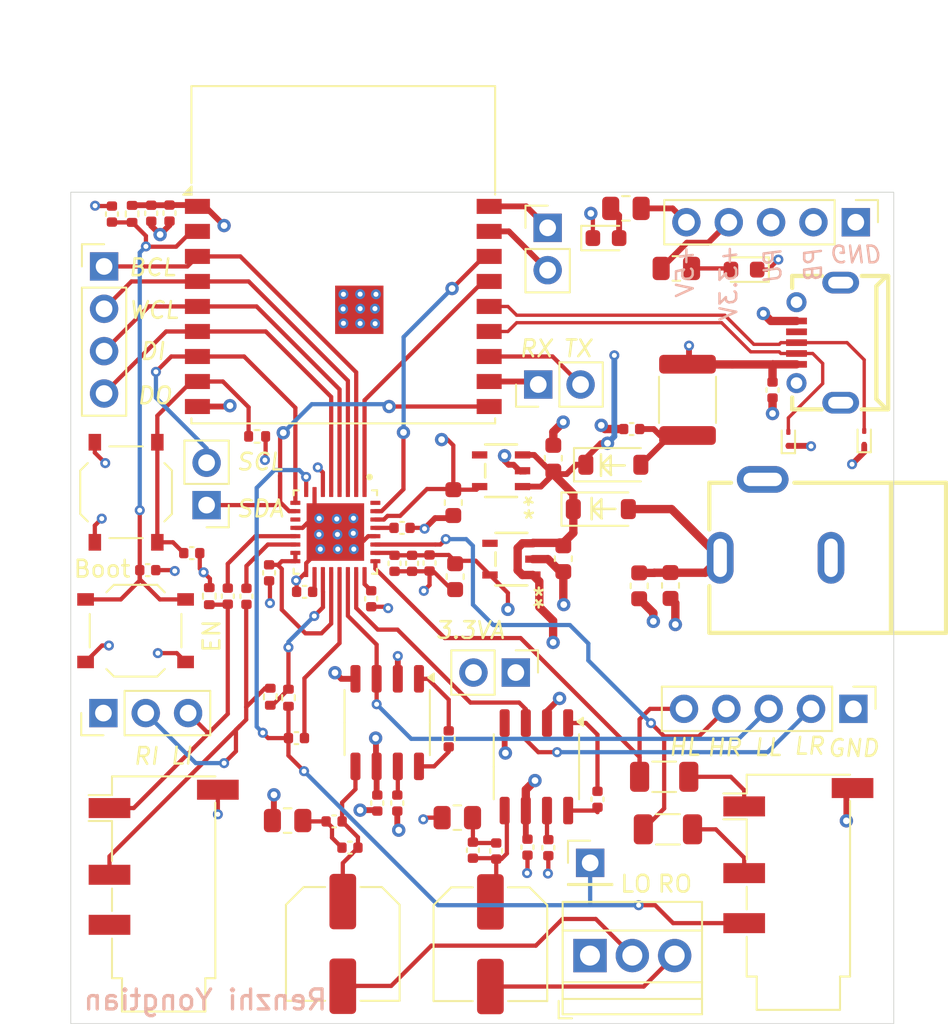
<source format=kicad_pcb>
(kicad_pcb (version 20240108) (generator "pcbnew") (generator_version "8.0")
  (layers (0 "F.Cu" signal) (1 "In1.Cu" power "GND") (2 "In2.Cu" power "PWR") (31 "B.Cu" signal) (34 "B.Paste" user) (35 "F.Paste" user) (36 "B.SilkS" user "B.Silkscreen") (37 "F.SilkS" user "F.Silkscreen") (38 "B.Mask" user) (39 "F.Mask" user) (44 "Edge.Cuts" user))
  (net 0 "")
  (net 1 "+5V")
  (net 2 "GND")
  (net 3 "+3.3V")
  (net 4 "AUDIO_LEFT_IN")
  (net 5 "AUDIO_RIGHT_IN")
  (net 6 "+3.3VA")
  (net 7 "CODEC_HPL")
  (net 8 "CODEC_HPR")
  (net 9 "PWR_BJ")
  (net 10 "PWR_USB")
  (net 11 "USBC_D.N")
  (net 12 "USBC_D.P")
  (net 13 "I2S_DOUT")
  (net 14 "I2S_DIN")
  (net 15 "I2S_WCLK")
  (net 16 "I2S_BCLK")
  (net 17 "I2S_MCLK")
  (net 18 "CODEC_RESET")
  (net 19 "I2C_SDA")
  (net 20 "I2C_SCL")
  (net 21 "ESP32_TX")
  (net 22 "ESP32_RX")
  (net 23 "CODEC_LOL")
  (net 24 "CODEC_LOR")
  (net 25 "Net-(U2-EN)")
  (net 26 "Net-(U1-IN2_L)")
  (net 27 "Net-(U1-REF)")
  (net 28 "Net-(U1-DVDD)")
  (net 29 "Net-(U1-AVDD)")
  (net 30 "Net-(D10-A)")
  (net 31 "Net-(D11-A)")
  (net 32 "Net-(D12-A)")
  (net 33 "Net-(J9-Pin_2)")
  (net 34 "Net-(J9-Pin_1)")
  (net 39 "Net-(C11-Pad2)")
  (net 40 "Net-(C22-Pad2)")
  (net 41 "Net-(C23-Pad1)")
  (net 42 "Net-(C23-Pad2)")
  (net 43 "Net-(U4-BYPASS)")
  (net 44 "Net-(C26-Pad2)")
  (net 45 "Net-(C26-Pad1)")
  (net 46 "Net-(C31-Pad1)")
  (net 47 "Net-(C31-Pad2)")
  (net 48 "Net-(U7-BYPASS)")
  (net 49 "Net-(C33-Pad1)")
  (net 50 "Net-(C33-Pad2)")
  (net 52 "Net-(U2-IO9)")
  (net 54 "RIGHT_OUT")
  (net 55 "LEFT_OUT")
  (net 56 "Net-(U1-IN1_L)")
  (net 57 "Net-(U1-IN1_R)")
  (net 58 "CODEC_MIC")
  (net 59 "Net-(U1-IN3_R)")
  (net 60 "Net-(U1-MICBIAS)")
  (footprint "Connector_Audio:Jack_3.5mm_PJ320D_Horizontal" (layer "F.Cu") (at 159.700001 119.95 90)
    (property "Reference" "J7" (hide yes))
    (property "Value" "AudioJack4")
  )
  (footprint "Diode_SMD:D_SOD-923" (layer "F.Cu") (at 159.1 94.0875 90)
    (property "Reference" "D7" (hide yes))
    (property "Value" "ESD9B5.0ST5G")
  )
  (footprint "Resistor_SMD:R_0402_1005Metric" (layer "F.Cu") (at 127.23 93.94 180)
    (property "Reference" "R3" (hide yes))
    (property "Value" "10k")
  )
  (footprint "Capacitor_SMD:C_0603_1608Metric" (layer "F.Cu") (at 152.03 102.88 -90)
    (property "Reference" "C12" (hide yes))
    (property "Value" "0.1u")
  )
  (footprint "Capacitor_SMD:C_0402_1005Metric" (layer "F.Cu") (at 135.640001 115.925 -90)
    (property "Reference" "C32" (hide yes))
    (property "Value" "0.1u")
  )
  (footprint "Resistor_SMD:R_0402_1005Metric" (layer "F.Cu") (at 129.11 109.61 -90)
    (property "Reference" "R2" (hide yes))
    (property "Value" "3.3k")
  )
  (footprint "Capacitor_SMD:C_Elec_6.3x7.7" (layer "F.Cu") (at 141.225001 124.3875 -90)
    (property "Reference" "C28" (hide yes))
    (property "Value" "100uF")
  )
  (footprint "Capacitor_SMD:C_0603_1608Metric" (layer "F.Cu") (at 139 97.91 -90)
    (property "Reference" "C44" (hide yes))
    (property "Value" "10u")
  )
  (footprint "Diode_SMD:D_SOD-123" (layer "F.Cu") (at 148.6 95.64)
    (property "Reference" "D10" (hide yes))
    (property "Value" "1N5817")
  )
  (footprint "Capacitor_SMD:C_0402_1005Metric" (layer "F.Cu") (at 131.850001 117.025 180)
    (property "Reference" "C33" (hide yes))
    (property "Value" "22nF")
  )
  (footprint "Capacitor_SMD:C_0402_1005Metric" (layer "F.Cu") (at 121.975001 80.55 -90)
    (property "Reference" "C16" (hide yes))
    (property "Value" "0.1u")
  )
  (footprint "Connector_PinHeader_2.54mm:PinHeader_1x04_P2.54mm_Vertical" (layer "F.Cu") (at 118.05 83.75)
    (property "Reference" "J2" (hide yes))
    (property "Value" "Conn_01x04_Pin")
  )
  (footprint "Package_SO:SOP-8_3.9x4.9mm_P1.27mm" (layer "F.Cu") (at 143.985001 113.75 -90)
    (property "Reference" "U4" (hide yes))
    (property "Value" "LM386")
  )
  (footprint "Diode_SMD:D_0603_1608Metric" (layer "F.Cu") (at 156.4425 83.94 180)
    (property "Reference" "D12" (hide yes))
    (property "Value" "LED")
  )
  (footprint "Resistor_SMD:R_0805_2012Metric" (layer "F.Cu") (at 149.355 80.27 180)
    (property "Reference" "R14" (hide yes))
    (property "Value" "150")
  )
  (footprint "Capacitor_SMD:C_0402_1005Metric" (layer "F.Cu") (at 136.525001 101.55 -90)
    (property "Reference" "C4" (hide yes))
    (property "Value" "1u")
  )
  (footprint "Capacitor_SMD:C_0402_1005Metric" (layer "F.Cu") (at 135.475001 101.55 -90)
    (property "Reference" "C5" (hide yes))
    (property "Value" "0.1u")
  )
  (footprint "Diode_SMD:D_0603_1608Metric" (layer "F.Cu") (at 148.16 82.05)
    (property "Reference" "D11" (hide yes))
    (property "Value" "LED")
  )
  (footprint "Capacitor_SMD:C_0402_1005Metric" (layer "F.Cu") (at 158.15 91.16 -90)
    (property "Reference" "C24" (hide yes))
    (property "Value" "0.01u")
  )
  (footprint "Connector_Audio:Jack_3.5mm_PJ320D_Horizontal" (layer "F.Cu") (at 121.625001 120.05 90)
    (property "Reference" "J4" (hide yes))
    (property "Value" "AudioJack4")
  )
  (footprint "Capacitor_SMD:C_0402_1005Metric" (layer "F.Cu") (at 143.450001 118.57 -90)
    (property "Reference" "C10" (hide yes))
    (property "Value" "0.1u")
  )
  (footprint "Capacitor_SMD:C_0603_1608Metric" (layer "F.Cu") (at 145.600001 101.275 -90)
    (property "Reference" "C43" (hide yes))
    (property "Value" "10u")
  )
  (footprint "Resistor_SMD:R_0805_2012Metric" (layer "F.Cu") (at 139.24 116.8 180)
    (property "Reference" "R4" (hide yes))
    (property "Value" "15")
  )
  (footprint "Capacitor_SMD:C_1206_3216Metric" (layer "F.Cu") (at 151.650001 114.35)
    (property "Reference" "C11" (hide yes))
    (property "Value" "100uF")
  )
  (footprint "Resistor_SMD:R_0402_1005Metric" (layer "F.Cu") (at 128.02 109.55 90)
    (property "Reference" "R6" (hide yes))
    (property "Value" "1k")
  )
  (footprint "Capacitor_SMD:C_0603_1608Metric" (layer "F.Cu") (at 145.000001 95.25 90)
    (property "Reference" "C42" (hide yes))
    (property "Value" "10u")
  )
  (footprint "Connector_PinHeader_2.54mm:PinHeader_1x02_P2.54mm_Vertical" (layer "F.Cu") (at 142.750001 108.1 -90)
    (property "Reference" "J21" (hide yes))
    (property "Value" "Conn_01x02_Pin")
  )
  (footprint "Capacitor_SMD:C_0402_1005Metric" (layer "F.Cu") (at 135.925001 99.425)
    (property "Reference" "C39" (hide yes))
    (property "Value" "10u")
  )
  (footprint "Connector_PinHeader_2.54mm:PinHeader_1x02_P2.54mm_Vertical" (layer "F.Cu") (at 144.66 81.435)
    (property "Reference" "J9" (hide yes))
    (property "Value" "Conn_01x02_Pin")
  )
  (footprint "Fuse:Fuse_1812_4532Metric" (layer "F.Cu") (at 153.050001 91.75 -90)
    (property "Reference" "F2" (hide yes))
    (property "Value" "600mA")
  )
  (footprint "Connector_PinHeader_2.54mm:PinHeader_1x02_P2.54mm_Vertical" (layer "F.Cu") (at 144.095 90.83 90)
    (property "Reference" "J1" (hide yes))
    (property "Value" "Conn_01x02_Pin")
  )
  (footprint "Audio_Module:IC_ADS125H01IRHBT" (layer "F.Cu") (at 131.925001 99.675 -90)
    (property "Reference" "U1" (hide yes))
    (property "Value" "TLV320AIC3254IRHBR")
  )
  (footprint "Connector_PinHeader_2.54mm:PinHeader_1x02_P2.54mm_Vertical" (layer "F.Cu") (at 124.2 98.06 180)
    (property "Reference" "J3" (hide yes))
    (property "Value" "Conn_01x02_Pin")
  )
  (footprint "Capacitor_SMD:C_1206_3216Metric" (layer "F.Cu") (at 151.875001 117.5)
    (property "Reference" "C22" (hide yes))
    (property "Value" "100uF")
  )
  (footprint "Capacitor_SMD:C_0402_1005Metric" (layer "F.Cu") (at 147.650001 115.7 -90)
    (property "Reference" "C23" (hide yes))
    (property "Value" "10uF")
  )
  (footprint "Capacitor_SMD:C_0402_1005Metric" (layer "F.Cu") (at 134.075001 103.675 -90)
    (property "Reference" "C40" (hide yes))
    (property "Value" "10u")
  )
  (footprint "Capacitor_SMD:C_0402_1005Metric" (layer "F.Cu") (at 120.88 80.56 -90)
    (property "Reference" "C15" (hide yes))
    (property "Value" "10u")
  )
  (footprint "Capacitor_SMD:C_0402_1005Metric" (layer "F.Cu") (at 127.95 102.12 -90)
    (property "Reference" "C6" (hide yes))
    (property "Value" "0.1u")
  )
  (footprint "Diode_SMD:D_SOD-123" (layer "F.Cu") (at 147.850001 98.3)
    (property "Reference" "D9" (hide yes))
    (property "Value" "1N5817")
  )
  (footprint "Converter_DCDC:SOT-25_TOR" (layer "F.Cu") (at 142.486252 101.299999 180)
    (property "Reference" "U9" (hide yes))
    (property "Value" "XC6220B331MR-G")
  )
  (footprint "Capacitor_SMD:C_0402_1005Metric" (layer "F.Cu") (at 138.725001 112.075 -90)
    (property "Reference" "C31" (hide yes))
    (property "Value" "10uF")
  )
  (footprint "Capacitor_SMD:C_0402_1005Metric" (layer "F.Cu") (at 120.67 101.96 180)
    (property "Reference" "C2" (hide yes))
    (property "Value" "0.1u")
  )
  (footprint "Capacitor_SMD:C_0402_1005Metric" (layer "F.Cu") (at 140.175001 118.75 90)
    (property "Reference" "C27" (hide yes))
    (property "Value" "22nF")
  )
  (footprint "Capacitor_SMD:C_0402_1005Metric" (layer "F.Cu") (at 137.575001 101.53 -90)
    (property "Reference" "C3" (hide yes))
    (property "Value" "10u")
  )
  (footprint "Capacitor_SMD:C_0402_1005Metric" (layer "F.Cu") (at 118.52 80.61 90)
    (property "Reference" "C1" (hide yes))
    (property "Value" "1u")
  )
  (footprint "Capacitor_SMD:C_0402_1005Metric" (layer "F.Cu") (at 130.08 103.26 180)
    (property "Reference" "C34" (hide yes))
    (property "Value" "10u")
  )
  (footprint "Connector_BarrelJack:DC-IN-TH_DC-005C-20A" (layer "F.Cu") (at 158.335 98.87 180)
    (property "Reference" "J19" (hide yes))
    (property "Value" "Barrel_Jack")
  )
  (footprint "Capacitor_SMD:C_0402_1005Metric" (layer "F.Cu") (at 125.47 103.52 90)
    (property "Reference" "C7" (hide yes))
    (property "Value" "2.2u")
  )
  (footprint "Button_Switch_SMD:SW_Push_1P1T_XKB_TS-1187A" (layer "F.Cu") (at 119.94 105.59)
    (property "Reference" "SW2" (hide yes))
    (property "Value" "SW_Push")
  )
  (footprint "Resistor_SMD:R_0402_1005Metric" (layer "F.Cu") (at 119.73 80.6 -90)
    (property "Reference" "R1" (hide yes))
    (property "Value" "10k")
  )
  (footprint "Capacitor_SMD:C_0402_1005Metric" (layer "F.Cu") (at 141.575001 118.8 90)
    (property "Reference" "C26" (hide yes))
    (property "Value" "22nF")
  )
  (footprint "TerminalBlock:TerminalBlock_Xinya_XY308-2.54-3P_1x03_P2.54mm_Horizontal" (layer "F.Cu") (at 147.2 125.07)
    (property "Reference" "J8" (hide yes))
    (property "Value" "Screw_Terminal_01x03")
  )
  (footprint "Button_Switch_SMD:SW_Push_1P1T_XKB_TS-1187A" (layer "F.Cu") (at 119.37 97.29 -90)
    (property "Reference" "SW1" (hide yes))
    (property "Value" "SW_Push")
  )
  (footprint "RF_Module:ESP32-C3-WROOM-02" (layer "F.Cu") (at 132.400001 86.15)
    (property "Reference" "U2" (hide yes))
    (property "Value" "ESP32-C3-WROOM-02")
  )
  (footprint "Resistor_SMD:R_0805_2012Metric" (layer "F.Cu") (at 152.38 83.87)
    (property "Reference" "R16" (hide yes))
    (property "Value" "68")
  )
  (footprint "Capacitor_SMD:C_0402_1005Metric" (layer "F.Cu") (at 149.700001 93.5 180)
    (property "Reference" "C41" (hide yes))
    (property "Value" "0.1u")
  )
  (footprint "Capacitor_SMD:C_0603_1608Metric" (layer "F.Cu") (at 150.15 102.9 -90)
    (property "Reference" "C30" (hide yes))
    (property "Value" "1u")
  )
  (footprint "Capacitor_SMD:C_0402_1005Metric" (layer "F.Cu") (at 132.800001 118.6 180)
    (property "Reference" "C35" (hide yes))
    (property "Value" "22nF")
  )
  (footprint "Capacitor_SMD:C_0402_1005Metric" (layer "F.Cu") (at 144.700001 118.6 -90)
    (property "Reference" "C25" (hide yes))
    (property "Value" "0.1u")
  )
  (footprint "Package_SO:SOP-8_3.9x4.9mm_P1.27mm" (layer "F.Cu") (at 135.035001 111.1 -90)
    (property "Reference" "U7" (hide yes))
    (property "Value" "LM386")
  )
  (footprint "Connector_PinHeader_2.54mm:PinHeader_1x05_P2.54mm_Vertical" (layer "F.Cu") (at 163.145 81.1 -90)
    (property "Reference" "J22" (hide yes))
    (property "Value" "Conn_01x05_Pin")
  )
  (footprint "Capacitor_SMD:C_0402_1005Metric" (layer "F.Cu") (at 129.59 112.03)
    (property "Reference" "C13" (hide yes))
    (property "Value" "2.2u")
  )
  (footprint "Connector_PinHeader_2.54mm:PinHeader_1x03_P2.54mm_Vertical" (layer "F.Cu") (at 118.01 110.53 90)
    (property "Reference" "J12" (hide yes))
    (property "Value" "Conn_01x03_Pin")
  )
  (footprint "Converter_DCDC:SOT-25_TOR" (layer "F.Cu") (at 141.866251 95.999999 180)
    (property "Reference" "U10" (hide yes))
    (property "Value" "XC6220B331MR-G")
  )
  (footprint "Resistor_SMD:R_0805_2012Metric" (layer "F.Cu") (at 129.06 116.975 180)
    (property "Reference" "R5" (hide yes))
    (property "Value" "15")
  )
  (footprint "Capacitor_SMD:C_0402_1005Metric" (layer "F.Cu") (at 134.440001 115.925 -90)
    (property "Reference" "C29" (hide yes))
    (property "Value" "0.1u")
  )
  (footprint "Capacitor_SMD:C_0402_1005Metric" (layer "F.Cu") (at 126.59 103.53 90)
    (property "Reference" "C8" (hide yes))
    (property "Value" "2.2u")
  )
  (footprint "Capacitor_SMD:C_0402_1005Metric" (layer "F.Cu") (at 123.31 100.94 180)
    (property "Reference" "C9" (hide yes))
    (property "Value" "0.1u")
  )
  (footprint "Connector_PinHeader_2.54mm:PinHeader_1x05_P2.54mm_Vertical" (layer "F.Cu") (at 163.000001 110.275 -90)
    (property "Reference" "J6" (hide yes))
    (property "Value" "Conn_01x05_Pin")
  )
  (footprint "Resistor_SMD:R_0402_1005Metric" (layer "F.Cu") (at 124.36 103.52 90)
    (property "Reference" "R7" (hide yes))
    (property "Value" "1k")
  )
  (footprint "Diode_SMD:D_SOD-923" (layer "F.Cu") (at 163.65 94.03 90)
    (property "Reference" "D8" (hide yes))
    (property "Value" "ESD9B5.0ST5G")
  )
  (footprint "Connector_USB:MICRO-USB-SMD_5P-P0.65-H-F_C10418" (layer "F.Cu") (at 160.914 88.32 90)
    (property "Reference" "J5" (hide yes))
    (property "Value" "USB_B_Micro")
  )
  (footprint "Connector_PinHeader_2.54mm:PinHeader_1x01_P2.54mm_Vertical" (layer "F.Cu") (at 147.21 119.51)
    (property "Reference" "J10" (hide yes))
    (property "Value" "Conn_01x01_Pin")
  )
  (footprint "Capacitor_SMD:C_0603_1608Metric" (layer "F.Cu") (at 139.11 102.35 -90)
    (property "Reference" "C45" (hide yes))
    (property "Value" "10u")
  )
  (footprint "Capacitor_SMD:C_Elec_6.3x7.7" (layer "F.Cu") (at 132.37 124.37 -90)
    (property "Reference" "C36" (hide yes))
    (property "Value" "100uF")
  )
  (gr_line (start 147.86 95.02) (end 147.86 96.3) (stroke (width 0.15)) (layer "F.SilkS"))
  (gr_line (start 148.46 96.25) (end 147.89 95.68) (stroke (width 0.15)) (layer "F.SilkS"))
  (gr_line (start 147.88 98.7) (end 147.88 98.82) (stroke (width 0.15)) (layer "F.SilkS"))
  (gr_line (start 147.91 95.63) (end 148.44 95.1) (stroke (width 0.15)) (layer "F.SilkS"))
  (gr_line (start 148.44 96.09) (end 148.44 96.21) (stroke (width 0.15)) (layer "F.SilkS"))
  (gr_line (start 147.35 98.24) (end 147.88 97.71) (stroke (width 0.15)) (layer "F.SilkS"))
  (gr_line (start 147.3 97.63) (end 147.3 98.91) (stroke (width 0.15)) (layer "F.SilkS"))
  (gr_line (start 147.38 98.34) (end 147.9 98.86) (stroke (width 0.15)) (layer "F.SilkS"))
  (gr_line (start 147.9 98.86) (end 147.33 98.29) (stroke (width 0.15)) (layer "F.SilkS"))
  (gr_line (start 148.44 95.1) (end 148.44 96.09) (stroke (width 0.15)) (layer "F.SilkS"))
  (gr_line (start 148.72 98.29) (end 147.37 98.29) (stroke (width 0.15)) (layer "F.SilkS"))
  (gr_line (start 149.28 95.68) (end 147.93 95.68) (stroke (width 0.15)) (layer "F.SilkS"))
  (gr_line (start 147.88 97.71) (end 147.88 98.7) (stroke (width 0.15)) (layer "F.SilkS"))
  (gr_line (start 147.94 95.73) (end 148.46 96.25) (stroke (width 0.15)) (layer "F.SilkS"))
  (gr_rect (start 116.050001 79.3) (end 165.420001 129.15) (stroke (width 0.05)) (fill none) (layer "Edge.Cuts"))
  (gr_text "PU" (at 158.75 82.52 90) (layer "B.SilkS") (effects (font (size 1 1) (thickness 0.15) (italic yes)) (justify left bottom mirror)))
  (gr_text "+3.3V" (at 156.1 82.33 90) (layer "B.SilkS") (effects (font (size 1 1) (thickness 0.15) (italic yes)) (justify left bottom mirror)))
  (gr_text "Renzhi Yongtian" (at 124.125001 128.425 0) (layer "B.SilkS") (effects (font (size 1.2 1.2) (thickness 0.2) (bold yes)) (justify bottom mirror)))
  (gr_text "+5V" (at 153.49 82.35 90) (layer "B.SilkS") (effects (font (size 1 1) (thickness 0.15) (italic yes)) (justify left bottom mirror)))
  (gr_text "GND" (at 161.47 82.37 180) (layer "B.SilkS") (effects (font (size 1 1) (thickness 0.15) (italic yes)) (justify left bottom mirror)))
  (gr_text "PB" (at 161.18 82.49 90) (layer "B.SilkS") (effects (font (size 1 1) (thickness 0.15) (italic yes)) (justify left bottom mirror)))
  (gr_text "SDA" (at 125.92 98.86 0) (layer "F.SilkS") (effects (font (size 1 1) (thickness 0.15) (italic yes)) (justify left bottom)))
  (gr_text "LO" (at 148.93 121.36 0) (layer "F.SilkS") (effects (font (size 1 1)) (justify left bottom)))
  (gr_text "HL" (at 151.84 113.16 0) (layer "F.SilkS") (effects (font (size 1 1) (thickness 0.15) (italic yes)) (justify left bottom)))
  (gr_text "RO" (at 151.17 121.36 0) (layer "F.SilkS") (effects (font (size 1 1)) (justify left bottom)))
  (gr_text "SCL" (at 125.93 96.05 0) (layer "F.SilkS") (effects (font (size 1 1) (thickness 0.15) (italic yes)) (justify left bottom)))
  (gr_text "LR" (at 159.35 113.09 0) (layer "F.SilkS") (effects (font (size 1 1) (thickness 0.15) (italic yes)) (justify left bottom)))
  (gr_text "TX" (at 145.5 89.26 0) (layer "F.SilkS") (effects (font (size 1 1) (thickness 0.15) (italic yes)) (justify left bottom)))
  (gr_text "3.3VA" (at 137.87 106.15 0) (layer "F.SilkS") (effects (font (size 1 1) (thickness 0.15) (italic yes)) (justify left bottom)))
  (gr_text "BCL" (at 119.44 84.4 0) (layer "F.SilkS") (effects (font (size 1 1) (thickness 0.15) (italic yes)) (justify left bottom)))
  (gr_text "EN" (at 125.09 106.98 90) (layer "F.SilkS") (effects (font (size 1 1)) (justify left bottom)))
  (gr_text "LI" (at 121.95 113.68 0) (layer "F.SilkS") (effects (font (size 1 1) (thickness 0.15) (italic yes)) (justify left bottom)))
  (gr_text "DI" (at 120.13 89.42 0) (layer "F.SilkS") (effects (font (size 1 1) (thickness 0.15) (italic yes)) (justify left bottom)))
  (gr_text "GND" (at 161.38 113.22 0) (layer "F.SilkS") (effects (font (size 1 1) (thickness 0.15) (italic yes)) (justify left bottom)))
  (gr_text "LL" (at 156.96 113.17 0) (layer "F.SilkS") (effects (font (size 1 1) (thickness 0.15) (italic yes)) (justify left bottom)))
  (gr_text "DO" (at 119.96 92.08 0) (layer "F.SilkS") (effects (font (size 1 1) (thickness 0.15) (italic yes)) (justify left bottom)))
  (gr_text "RX" (at 142.88 89.26 0) (layer "F.SilkS") (effects (font (size 1 1) (thickness 0.15) (italic yes)) (justify left bottom)))
  (gr_text "HR" (at 154.14 113.19 0) (layer "F.SilkS") (effects (font (size 1 1) (thickness 0.15) (italic yes)) (justify left bottom)))
  (gr_text "Boot" (at 116.14 102.47 0) (layer "F.SilkS") (effects (font (size 1 1)) (justify left bottom)))
  (gr_text "RI" (at 119.73 113.7 0) (layer "F.SilkS") (effects (font (size 1 1) (thickness 0.15) (italic yes)) (justify left bottom)))
  (gr_text "WCL" (at 119.46 86.96 0) (layer "F.SilkS") (effects (font (size 1 1) (thickness 0.15) (italic yes)) (justify left bottom)))
  (segment (start 144.16 104.17) (end 144.16 102.637497) (width 0.5) (layer "F.Cu") (net 1))
  (segment (start 134.34 112.03) (end 134.36 112.05) (width 0.35) (layer "F.Cu") (net 1))
  (segment (start 146.200001 98.3) (end 146.200001 99.725) (width 0.5) (layer "F.Cu") (net 1))
  (segment (start 142.861754 100.634099) (end 143.145855 100.349998) (width 0.5) (layer "F.Cu") (net 1))
  (segment (start 143.145855 100.349998) (end 143.772503 100.349998) (width 0.5) (layer "F.Cu") (net 1))
  (segment (start 143.145855 102.25) (end 142.861754 101.965899) (width 0.5) (layer "F.Cu") (net 1))
  (segment (start 143.350001 116.375) (end 143.350001 117.99) (width 0.35) (layer "F.Cu") (net 1))
  (segment (start 144.16 102.637497) (end 143.772503 102.25) (width 0.5) (layer "F.Cu") (net 1))
  (segment (start 143.797501 100.325) (end 143.772503 100.349998) (width 0.5) (layer "F.Cu") (net 1))
  (segment (start 143.350001 117.99) (end 143.450001 118.09) (width 0.35) (layer "F.Cu") (net 1))
  (segment (start 144.988433 104.998433) (end 144.16 104.17) (width 0.5) (layer "F.Cu") (net 1))
  (segment (start 143.849999 95.049998) (end 143.152502 95.049998) (width 0.35) (layer "F.Cu") (net 1))
  (segment (start 150.18 80.27) (end 152.155 80.27) (width 0.35) (layer "F.Cu") (net 1))
  (segment (start 144.988433 106.291567) (end 144.988433 104.998433) (width 0.5) (layer "F.Cu") (net 1))
  (segment (start 146.95 95.2525) (end 147.8525 94.35) (width 0.35) (layer "F.Cu") (net 1))
  (segment (start 143.9 114.575) (end 143.350001 115.124999) (width 0.5) (layer "F.Cu") (net 1))
  (segment (start 134.400001 113.725) (end 134.400001 115.405) (width 0.35) (layer "F.Cu") (net 1))
  (segment (start 146.200001 99.725) (end 145.600001 100.325) (width 0.5) (layer "F.Cu") (net 1))
  (segment (start 147.8525 94.35) (end 148.25 94.35) (width 0.35) (layer "F.Cu") (net 1))
  (segment (start 143.772503 102.25) (end 143.145855 102.25) (width 0.5) (layer "F.Cu") (net 1))
  (segment (start 134.36 112.05) (end 134.36 113.684999) (width 0.35) (layer "F.Cu") (net 1))
  (segment (start 146.200001 97.4) (end 145.000001 96.2) (width 0.5) (layer "F.Cu") (net 1))
  (segment (start 144.250001 96.95) (end 143.152502 96.95) (width 0.35) (layer "F.Cu") (net 1))
  (segment (start 134.36 113.684999) (end 134.400001 113.725) (width 0.35) (layer "F.Cu") (net 1))
  (segment (start 146.95 95.64) (end 146.95 95.2525) (width 0.35) (layer "F.Cu") (net 1))
  (segment (start 143.350001 115.124999) (end 143.350001 116.375) (width 0.5) (layer "F.Cu") (net 1))
  (segment (start 145.000001 96.2) (end 143.849999 95.049998) (width 0.35) (layer "F.Cu") (net 1))
  (segment (start 146.360001 95.64) (end 146.95 95.64) (width 0.35) (layer "F.Cu") (net 1))
  (segment (start 142.861754 101.965899) (end 142.861754 100.634099) (width 0.5) (layer "F.Cu") (net 1))
  (segment (start 145.000001 96.2) (end 144.250001 96.95) (width 0.35) (layer "F.Cu") (net 1))
  (segment (start 145.600001 100.325) (end 143.797501 100.325) (width 0.5) (layer "F.Cu") (net 1))
  (segment (start 145.800001 96.2) (end 146.360001 95.64) (width 0.35) (layer "F.Cu") (net 1))
  (segment (start 146.200001 98.3) (end 146.200001 97.4) (width 0.5) (layer "F.Cu") (net 1))
  (segment (start 145.000001 96.2) (end 145.800001 96.2) (width 0.35) (layer "F.Cu") (net 1))
  (segment (start 134.400001 115.405) (end 134.440001 115.445) (width 0.35) (layer "F.Cu") (net 1))
  (segment (start 152.155 80.27) (end 152.985 81.1) (width 0.35) (layer "F.Cu") (net 1))
  (via (at 134.34 112.03) (size 0.8) (drill 0.4) (layers "F.Cu" "B.Cu") (net 1))
  (via (at 148.66 89.08) (size 0.6) (drill 0.3) (layers "F.Cu" "B.Cu") (net 1))
  (via (at 148.25 94.35) (size 0.8) (drill 0.4) (layers "F.Cu" "B.Cu") (net 1))
  (via (at 144.988433 106.291567) (size 0.8) (drill 0.4) (layers "F.Cu" "B.Cu") (net 1))
  (via (at 143.9 114.575) (size 0.8) (drill 0.4) (layers "F.Cu" "B.Cu") (net 1))
  (segment (start 148.66 93.94) (end 148.66 89.08) (width 0.35) (layer "B.Cu") (net 1))
  (segment (start 148.25 94.35) (end 148.66 93.94) (width 0.35) (layer "B.Cu") (net 1))
  (segment (start 142.080001 112.880001) (end 142.080001 111.125) (width 0.35) (layer "F.Cu") (net 2))
  (segment (start 151 105.03) (end 151 104.525) (width 0.5) (layer "F.Cu") (net 2))
  (segment (start 123.79 101.86) (end 124.02 102.09) (width 0.254) (layer "F.Cu") (net 2))
  (segment (start 135.640001 117.465) (end 135.640001 116.405) (width 0.35) (layer "F.Cu") (net 2))
  (segment (start 152.32 103.945) (end 152.03 103.655) (width 0.5) (layer "F.Cu") (net 2))
  (segment (start 158.15 92.57) (end 158.15 91.64) (width 0.5) (layer "F.Cu") (net 2))
  (segment (start 162.58 116.99) (end 162.58 115.395001) (width 0.35) (layer "F.Cu") (net 2))
  (segment (start 117.495 94.29) (end 117.495 94.915) (width 0.254) (layer "F.Cu") (net 2))
  (segment (start 142.615898 95.640898) (end 143.025 96.05) (width 0.35) (layer "F.Cu") (net 2))
  (segment (start 128.235 115.435) (end 128.24 115.43) (width 0.35) (layer "F.Cu") (net 2))
  (segment (start 131.91 108.11) (end 131.9 108.11) (width 0.35) (layer "F.Cu") (net 2))
  (segment (start 145.600001 104.000001) (end 145.600001 102.225) (width 0.5) (layer "F.Cu") (net 2))
  (segment (start 121.41 81.84) (end 121.975001 81.274999) (width 0.35) (layer "F.Cu") (net 2))
  (segment (start 136.525001 102.03) (end 137.555001 102.03) (width 0.254) (layer "F.Cu") (net 2))
  (segment (start 122.24 101.96) (end 122.29 102.01) (width 0.254) (layer "F.Cu") (net 2))
  (segment (start 129.525001 99.425) (end 129.95471 99.425) (width 0.254) (layer "F.Cu") (net 2))
  (segment (start 143.450001 119.05) (end 143.450001 120.1) (width 0.254) (layer "F.Cu") (net 2))
  (segment (start 135.725001 117.55) (end 135.640001 117.465) (width 0.35) (layer "F.Cu") (net 2))
  (segment (start 117.495 99.285) (end 117.91 98.87) (width 0.254) (layer "F.Cu") (net 2))
  (segment (start 163.65 94.88) (end 162.92 95.61) (width 0.35) (layer "F.Cu") (net 2))
  (segment (start 117.53 80.13) (end 117.51 80.11) (width 0.254) (layer "F.Cu") (net 2))
  (segment (start 143.025 96.05) (end 143.336252 96.05) (width 0.35) (layer "F.Cu") (net 2))
  (segment (start 137.575001 102.01) (end 137.785001 102.01) (width 0.254) (layer "F.Cu") (net 2))
  (segment (start 131.02 100.7) (end 130.175001 101.544999) (width 0.254) (layer "F.Cu") (net 2))
  (segment (start 138.415 116.8) (end 137.3 116.8) (width 0.254) (layer "F.Cu") (net 2))
  (segment (start 144.620001 111.125) (end 144.620001 110.404999) (width 0.35) (layer "F.Cu") (net 2))
  (segment (start 130.675001 97.275) (end 130.675001 98.425) (width 0.254) (layer "F.Cu") (net 2))
  (segment (start 137.3 116.8) (end 137.2 116.9) (width 0.254) (layer "F.Cu") (net 2))
  (segment (start 123.79 100.94) (end 123.79 101.86) (width 0.254) (layer "F.Cu") (net 2))
  (segment (start 128.235 116.975) (end 128.235 115.435) (width 0.35) (layer "F.Cu") (net 2))
  (segment (start 129.57 102.58) (end 129.670001 102.58) (width 0.254) (layer "F.Cu") (net 2))
  (segment (start 131.398002 99.148) (end 131.552356 99.302354) (width 0.254) (layer "F.Cu") (net 2))
  (segment (start 117.495 94.915) (end 118.12 95.54) (width 0.254) (layer "F.Cu") (net 2))
  (segment (start 133.41 116.35) (end 134.385001 116.35) (width 0.35) (layer "F.Cu") (net 2))
  (segment (start 135.005 104.155) (end 135.09 104.24) (width 0.254) (layer "F.Cu") (net 2))
  (segment (start 121.15 101.96) (end 122.24 101.96) (width 0.254) (layer "F.Cu") (net 2))
  (segment (start 143.772503 101.299999) (end 144.675 101.299999) (width 0.5) (layer "F.Cu") (net 2))
  (segment (start 128 103.94) (end 128 102.65) (width 0.254) (layer "F.Cu") (net 2))
  (segment (start 130.95 98.699999) (end 130.95 98.86) (width 0.254) (layer "F.Cu") (net 2))
  (segment (start 149.220001 93.5) (end 148.1 93.5) (width 0.5) (layer "F.Cu") (net 2))
  (segment (start 132.275 108.475) (end 131.975 108.175) (width 0.35) (layer "F.Cu") (net 2))
  (segment (start 142.075 95.399145) (end 142.316753 95.640898) (width 0.35) (layer "F.Cu") (net 2))
  (segment (start 157.9 83.94) (end 158.5 83.34) (width 0.254) (layer "F.Cu") (net 2))
  (segment (start 151 104.525) (end 150.15 103.675) (width 0.5) (layer "F.Cu") (net 2))
  (segment (start 137.91 98.84) (end 138.68 98.84) (width 0.35) (layer "F.Cu") (net 2))
  (segment (start 125.550001 92.15) (end 125.600001 92.1) (width 0.35) (layer "F.Cu") (net 2))
  (segment (start 159.1 94.5075) (end 160.4375 94.5075) (width 0.35) (layer "F.Cu") (net 2))
  (segment (start 123.650001 92.15) (end 125.550001 92.15) (width 0.35) (layer "F.Cu") (net 2))
  (segment (start 137.225 99.425) (end 136.405001 99.425) (width 0.254) (layer "F.Cu") (net 2))
  (segment (start 137.275 99.475) (end 137.91 98.84) (width 0.35) (layer "F.Cu") (net 2))
  (segment (start 137.555001 102.03) (end 137.575001 102.01) (width 0.254) (layer "F.Cu") (net 2))
  (segment (start 131.975 108.175) (end 131.91 108.11) (width 0.35) (layer "F.Cu") (net 2))
  (segment (start 118.34 106.48) (end 117.925 106.48) (width 0.254) (layer "F.Cu") (net 2))
  (segment (start 117.495 100.29) (end 117.495 99.285) (width 0.254) (layer "F.Cu") (net 2))
  (segment (start 128 102.65) (end 127.95 102.6) (width 0.254) (layer "F.Cu") (net 2))
  (segment (start 134.325001 99.925) (end 133.895292 99.925) (width 0.254) (layer "F.Cu") (net 2))
  (segment (start 142.075 95.1) (end 142.075 95.399145) (width 0.35) (layer "F.Cu") (net 2))
  (segment (start 121.274999 106.935) (end 122.41 106.935) (width 0.254) (layer "F.Cu") (net 2))
  (segment (start 145.000001 93.674999) (end 145.000001 94.3) (width 0.5) (layer "F.Cu") (net 2))
  (segment (start 158.05 87.02) (end 159.589 87.02) (width 0.5) (layer "F.Cu") (net 2))
  (segment (start 144.675 101.299999) (end 145.600001 102.225) (width 0.5) (layer "F.Cu") (net 2))
  (segment (start 135.670001 107.11) (end 135.670001 108.475) (width 0.35) (layer "F.Cu") (net 2))
  (segment (start 152.32 105.22) (end 152.32 103.945) (width 0.5) (layer "F.Cu") (net 2))
  (segment (start 137.275 99.475) (end 137.225 99.425) (width 0.254) (layer "F.Cu") (net 2))
  (segment (start 122.41 106.935) (end 122.94 107.465) (width 0.254) (layer "F.Cu") (net 2))
  (segment (start 142.125 112.925) (end 142.080001 112.880001) (width 0.35) (layer "F.Cu") (net 2))
  (segment (start 160.4375 94.5075) (end 160.46 94.53) (width 0.35) (layer "F.Cu") (net 2))
  (segment (start 144.700001 120.125) (end 144.675001 120.15) (width 0.254) (layer "F.Cu") (net 2))
  (segment (start 134.075001 104.155) (end 135.005 104.155) (width 0.254) (layer "F.Cu") (net 2))
  (segment (start 133.06 100.282999) (end 133.03 100.7) (width 0.254) (layer "F.Cu") (net 2))
  (segment (start 129.95471 99.425) (end 130.23171 99.148) (width 0.254) (layer "F.Cu") (net 2))
  (segment (start 157.23 83.94) (end 157.9 83.94) (width 0.254) (layer "F.Cu") (net 2))
  (segment (start 162.58 115.395001) (end 162.950001 115.025) (width 0.35) (layer "F.Cu") (net 2))
  (segment (start 121.975001 81.274999) (end 121.975001 81.03) (width 0.35) (layer "F.Cu") (net 2))
  (segment (start 129.670001 102.58) (end 130.175001 102.075) (width 0.254) (layer "F.Cu") (net 2))
  (segment (start 130.23171 99.148) (end 131.398002 99.148) (width 0.254) (layer "F.Cu") (net 2))
  (segment (start 142.316753 95.640898) (end 142.615898 95.640898) (width 0.35) (layer "F.Cu") (net 2))
  (segment (start 124.4 103) (end 124.4 102.47) (width 0.254) (layer "F.Cu") (net 2))
  (segment (start 130.175001 101.544999) (end 130.175001 102.075) (width 0.254) (layer "F.Cu") (net 2))
  (segment (start 163.65 94.45) (end 163.65 94.88) (width 0.35) (layer "F.Cu") (net 2))
  (segment (start 118.52 80.13) (end 117.53 80.13) (width 0.254) (layer "F.Cu") (net 2))
  (segment (start 145.5925 93.0825) (end 145.000001 93.674999) (width 0.5) (layer "F.Cu") (net 2))
  (segment (start 134.385001 116.35) (end 134.440001 116.405) (width 0.35) (layer "F.Cu") (net 2))
  (segment (start 132.979001 100.202) (end 133.06 100.282999) (width 0.254) (layer "F.Cu") (net 2))
  (segment (start 148.1 93.5) (end 147.875 93.275) (width 0.5) (layer "F.Cu") (net 2))
  (segment (start 116.905 107.5) (end 116.834999 107.5) (width 0.254) (layer "F.Cu") (net 2))
  (segment (start 137.785001 102.01) (end 139.075001 103.3) (width 0.254) (layer "F.Cu") (net 2))
  (segment (start 147.3725 82.05) (end 147.3725 80.6925) (width 0.254) (layer "F.Cu") (net 2))
  (segment (start 145.625 104.025) (end 145.600001 104.000001) (width 0.5) (layer "F.Cu") (net 2))
  (segment (start 121.41 81.84) (end 120.88 81.31) (width 0.35) (layer "F.Cu") (net 2))
  (segment (start 147.3725 80.6925) (end 147.25 80.57) (width 0.254) (layer "F.Cu") (net 2))
  (segment (start 133.130001 108.475) (end 132.275 108.475) (width 0.35) (layer "F.Cu") (net 2))
  (segment (start 130.675001 98.425) (end 130.95 98.699999) (width 0.254) (layer "F.Cu") (net 2))
  (segment (start 137.575001 102.854999) (end 137.23 103.2) (width 0.254) (layer "F.Cu") (net 2))
  (segment (start 117.925 106.48) (end 116.905 107.5) (width 0.254) (layer "F.Cu") (net 2))
  (segment (start 137.575001 102.01) (end 137.575001 102.854999) (width 0.254) (layer "F.Cu") (net 2))
  (segment (start 144.700001 119.08) (end 144.700001 120.125) (width 0.254) (layer "F.Cu") (net 2))
  (segment (start 133.618292 100.202) (end 132.979001 100.202) (width 0.254) (layer "F.Cu") (net 2))
  (segment (start 124.4 102.47) (end 124.02 102.09) (width 0.254) (layer "F.Cu") (net 2))
  (segment (start 131.110001 98.86) (end 131.552356 99.302355) (width 0.254) (layer "F.Cu") (net 2))
  (segment (start 124.875001 115.125) (end 124.875001 116.6) (width 0.254) (layer "F.Cu") (net 2))
  (segment (start 133.895292 99.925) (end 133.618292 100.202) (width 0.254) (layer "F.Cu") (net 2))
  (segment (start 133.03 99.78) (end 133 99.75) (width 0.254) (layer "F.Cu") (net 2))
  (segment (start 129.57 102.58) (end 129.6 102.61) (width 0.254) (layer "F.Cu") (net 2))
  (segment (start 135.475001 102.03) (end 136.525001 102.03) (width 0.254) (layer "F.Cu") (net 2))
  (segment (start 143.450001 120.1) (end 143.425001 120.125) (width 0.254) (layer "F.Cu") (net 2))
  (segment (start 129.6 102.61) (end 129.6 103.26) (width 0.254) (layer "F.Cu") (net 2))
  (segment (start 144.620001 110.404999) (end 145.375 109.65) (width 0.35) (layer "F.Cu") (net 2))
  (segment (start 157.6 86.57) (end 158.05 87.02) (width 0.5) (layer "F.Cu") (net 2))
  (segment (start 152.03 103.655) (end 152.04 103.645) (width 0.5) (layer "F.Cu") (net 2))
  (segment (start 130.95 98.86) (end 131.110001 98.86) (width 0.254) (layer "F.Cu") (net 2))
  (segment (start 120.88 81.31) (end 120.88 81.04) (width 0.35) (layer "F.Cu") (net 2))
  (via (at 158.5 83.34) (size 0.6) (drill 0.3) (layers "F.Cu" "B.Cu") (net 2))
  (via (at 135.09 104.24) (size 0.6) (drill 0.3) (layers "F.Cu" "B.Cu") (net 2))
  (via (at 142.125 112.925) (size 0.8) (drill 0.4) (layers "F.Cu" "B.Cu") (net 2))
  (via (at 142.075 95.1) (size 0.8) (drill 0.4) (layers "F.Cu" "B.Cu") (net 2))
  (via (at 145.625 104.025) (size 0.8) (drill 0.4) (layers "F.Cu" "B.Cu") (net 2))
  (via (at 158.15 92.57) (size 0.8) (drill 0.4) (layers "F.Cu" "B.Cu") (net 2))
  (via (at 145.375 109.65) (size 0.8) (drill 0.4) (layers "F.Cu" "B.Cu") (net 2))
  (via (at 137.23 103.2) (size 0.6) (drill 0.3) (layers "F.Cu" "B.Cu") (net 2))
  (via (at 132.07 100.7) (size 0.6) (drill 0.3) (layers "F.Cu" "B.Cu") (net 2))
  (via (at 137.2 116.9) (size 0.6) (drill 0.3) (layers "F.Cu" "B.Cu") (net 2))
  (via (at 130.94 99.82) (size 0.6) (drill 0.3) (layers "F.Cu" "B.Cu") (net 2))
  (via (at 162.58 116.99) (size 0.8) (drill 0.4) (layers "F.Cu" "B.Cu") (net 2))
  (via (at 157.6 86.57) (size 0.8) (drill 0.4) (layers "F.Cu" "B.Cu") (net 2))
  (via (at 131.9 108.11) (size 0.8) (drill 0.4) (layers "F.Cu" "B.Cu") (net 2))
  (via (at 137.275 99.475) (size 0.6) (drill 0.3) (layers "F.Cu" "B.Cu") (net 2))
  (via (at 132.39 86.3) (size 0.6) (drill 0.3) (layers "F.Cu" "B.Cu") (net 2))
  (via (at 135.725001 117.55) (size 0.8) (drill 0.4) (layers "F.Cu" "B.Cu") (net 2))
  (via (at 121.41 81.84) (size 0.8) (drill 0.4) (layers "F.Cu" "B.Cu") (net 2))
  (via (at 145.5925 93.0825) (size 0.8) (drill 0.4) (layers "F.Cu" "B.Cu") (net 2))
  (via (at 160.46 94.53) (size 0.6) (drill 0.3) (layers "F.Cu" "B.Cu") (net 2))
  (via (at 133 99.75) (size 0.6) (drill 0.3) (layers "F.Cu" "B.Cu") (net 2))
  (via (at 117.51 80.11) (size 0.6) (drill 0.3) (layers "F.Cu" "B.Cu") (net 2))
  (via (at 133.41 86.28) (size 0.6) (drill 0.3) (layers "F.Cu" "B.Cu") (net 2))
  (via (at 134.36 85.42) (size 0.6) (drill 0.3) (layers "F.Cu" "B.Cu") (net 2))
  (via (at 133.41 85.41) (size 0.6) (drill 0.3) (layers "F.Cu" "B.Cu") (net 2))
  (via (at 132.01 98.89) (size 0.6) (drill 0.3) (layers "F.Cu" "B.Cu") (net 2))
  (via (at 133.03 100.7) (size 0.6) (drill 0.3) (layers "F.Cu" "B.Cu") (net 2))
  (via (at 147.875 93.275) (size 0.8) (drill 0.4) (layers "F.Cu" "B.Cu") (net 2))
  (via (at 152.32 105.22) (size 0.8) (drill 0.4) (layers "F.Cu" "B.Cu") (net 2))
  (via (at 121.274999 106.935) (size 0.6) (drill 0.3) (layers "F.Cu" "B.Cu") (net 2))
  (via (at 117.91 98.87) (size 0.6) (drill 0.3) (layers "F.Cu" "B.Cu") (net 2))
  (via (at 133.41 116.35) (size 0.8) (drill 0.4) (layers "F.Cu" "B.Cu") (net 2))
  (via (at 132.05 99.82) (size 0.6) (drill 0.3) (layers "F.Cu" "B.Cu") (net 2))
  (via (at 118.12 95.54) (size 0.6) (drill 0.3) (layers "F.Cu" "B.Cu") (net 2))
  (via (at 122.29 102.01) (size 0.6) (drill 0.3) (layers "F.Cu" "B.Cu") (net 2))
  (via (at 134.3 86.28) (size 0.6) (drill 0.3) (layers "F.Cu" "B.Cu") (net 2))
  (via (at 130.95 98.86) (size 0.6) (drill 0.3) (layers "F.Cu" "B.Cu") (net 2))
  (via (at 134.31 87.18) (size 0.6) (drill 0.3) (layers "F.Cu" "B.Cu") (net 2))
  (via (at 128.24 115.43) (size 0.8) (drill 0.4) (layers "F.Cu" "B.Cu") (net 2))
  (via (at 132.41 87.16) (size 0.6) (drill 0.3) (layers "F.Cu" "B.Cu") (net 2))
  (via (at 133.41 87.17) (size 0.6) (drill 0.3) (layers "F.Cu" "B.Cu") (net 2))
  (via (at 132.41 85.42) (size 0.6) (drill 0.3) (layers "F.Cu" "B.Cu") (net 2))
  (via (at 125.600001 92.1) (size 0.8) (drill 0.4) (layers "F.Cu" "B.Cu") (net 2))
  (via (at 151 105.03) (size 0.8) (drill 0.4) (layers "F.Cu" "B.Cu") (net 2))
  (via (at 144.675001 120.15) (size 0.6) (drill 0.3) (layers "F.Cu" "B.Cu") (net 2))
  (via (at 133.01 98.85) (size 0.6) (drill 0.3) (layers "F.Cu" "B.Cu") (net 2))
  (via (at 118.34 106.48) (size 0.6) (drill 0.3) (layers "F.Cu" "B.Cu") (net 2))
  (via (at 135.670001 107.11) (size 0.6) (drill 0.3) (layers "F.Cu" "B.Cu") (net 2))
  (via (at 129.57 102.58) (size 0.6) (drill 0.3) (layers "F.Cu" "B.Cu") (net 2))
  (via (at 124.875001 116.6) (size 0.6) (drill 0.3) (layers "F.Cu" "B.Cu") (net 2))
  (via (at 124.02 102.09) (size 0.6) (drill 0.3) (layers "F.Cu" "B.Cu") (net 2))
  (via (at 147.25 80.57) (size 0.8) (drill 0.4) (layers "F.Cu" "B.Cu") (net 2))
  (via (at 128 103.94) (size 0.6) (drill 0.3) (layers "F.Cu" "B.Cu") (net 2))
  (via (at 131.02 100.7) (size 0.6) (drill 0.3) (layers "F.Cu" "B.Cu") (net 2))
  (via (at 162.92 95.61) (size 0.6) (drill 0.3) (layers "F.Cu" "B.Cu") (net 2))
  (via (at 143.425001 120.125) (size 0.6) (drill 0.3) (layers "F.Cu" "B.Cu") (net 2))
  (segment (start 131.175001 96.105001) (end 131.175001 97.275) (width 0.254) (layer "F.Cu") (net 3))
  (segment (start 127.74 95.32) (end 127.74 93.94) (width 0.254) (layer "F.Cu") (net 3))
  (segment (start 138.651636 94.131636) (end 139 94.48) (width 0.254) (layer "F.Cu") (net 3))
  (segment (start 138.298364 94.131636) (end 138.651636 94.131636) (width 0.254) (layer "F.Cu") (net 3))
  (segment (start 139 97.135) (end 140.395 97.135) (width 0.254) (layer "F.Cu") (net 3))
  (segment (start 127.7 95.36) (end 127.74 95.32) (width 0.254) (layer "F.Cu") (net 3))
  (segment (start 121.975001 80.07) (end 123.570001 80.07) (width 0.35) (layer "F.Cu") (net 3))
  (segment (start 134.837062 98.925) (end 135.056031 98.706031) (width 0.254) (layer "F.Cu") (net 3))
  (segment (start 120.88 80.08) (end 121.965001 80.08) (width 0.35) (layer "F.Cu") (net 3))
  (segment (start 137.42 97.095) (end 138.96 97.095) (width 0.254) (layer "F.Cu") (net 3))
  (segment (start 123.570001 80.07) (end 123.650001 80.15) (width 0.35) (layer "F.Cu") (net 3))
  (segment (start 154.3 82.325) (end 153.0125 82.325) (width 0.35) (layer "F.Cu") (net 3))
  (segment (start 155.525 81.1) (end 154.3 82.325) (width 0.35) (layer "F.Cu") (net 3))
  (segment (start 139 94.48) (end 139 97.135) (width 0.254) (layer "F.Cu") (net 3))
  (segment (start 119.74 80.08) (end 119.73 80.09) (width 0.35) (layer "F.Cu") (net 3))
  (segment (start 135.056031 98.706031) (end 135.808969 98.706031) (width 0.254) (layer "F.Cu") (net 3))
  (segment (start 140.395 97.135) (end 140.58 96.95) (width 0.254) (layer "F.Cu") (net 3))
  (segment (start 121.965001 80.08) (end 121.975001 80.07) (width 0.35) (layer "F.Cu") (net 3))
  (segment (start 153.0125 82.325) (end 151.4675 83.87) (width 0.35) (layer "F.Cu") (net 3))
  (segment (start 134.325001 98.925) (end 134.837062 98.925) (width 0.254) (layer "F.Cu") (net 3))
  (segment (start 130.87 95.8) (end 131.175001 96.105001) (width 0.254) (layer "F.Cu") (net 3))
  (segment (start 135.808969 98.706031) (end 137.42 97.095) (width 0.254) (layer "F.Cu") (net 3))
  (segment (start 138.96 97.095) (end 139 97.135) (width 0.254) (layer "F.Cu") (net 3))
  (segment (start 123.650001 80.15) (end 123.350001 80.15) (width 0.35) (layer "F.Cu") (net 3))
  (segment (start 124.1 80.15) (end 123.650001 80.15) (width 0.35) (layer "F.Cu") (net 3))
  (segment (start 120.88 80.08) (end 119.74 80.08) (width 0.35) (layer "F.Cu") (net 3))
  (segment (start 125.25 81.3) (end 124.1 80.15) (width 0.35) (layer "F.Cu") (net 3))
  (via (at 127.7 95.36) (size 0.6) (drill 0.3) (layers "F.Cu" "B.Cu") (net 3))
  (via (at 125.25 81.3) (size 0.8) (drill 0.4) (layers "F.Cu" "B.Cu") (net 3))
  (via (at 130.87 95.8) (size 0.6) (drill 0.3) (layers "F.Cu" "B.Cu") (net 3))
  (via (at 138.298364 94.131636) (size 0.8) (drill 0.4) (layers "F.Cu" "B.Cu") (net 3))
  (segment (start 124.305 111.745) (end 125.47 110.58) (width 0.254) (layer "F.Cu") (net 4))
  (segment (start 119.825 116.225) (end 124.305 111.745) (width 0.254) (layer "F.Cu") (net 4))
  (segment (start 118.375001 116.225) (end 119.825 116.225) (width 0.254) (layer "F.Cu") (net 4))
  (segment (start 124.36 104.03) (end 125.44 104.03) (width 0.254) (layer "F.Cu") (net 4))
  (segment (start 119.321712 116.225) (end 118.375001 116.225) (width 0.254) (layer "F.Cu") (net 4))
  (segment (start 125.44 104.03) (end 125.47 104) (width 0.254) (layer "F.Cu") (net 4))
  (segment (start 123.09 110.53) (end 124.305 111.745) (width 0.254) (layer "F.Cu") (net 4))
  (segment (start 125.47 110.58) (end 125.47 104) (width 0.254) (layer "F.Cu") (net 4))
  (segment (start 124.4 104.07) (end 124.36 104.03) (width 0.254) (layer "F.Cu") (net 4))
  (segment (start 125.96 111.536001) (end 126.2 111.296001) (width 0.254) (layer "F.Cu") (net 5))
  (segment (start 125.96 112.82) (end 125.96 111.536001) (width 0.254) (layer "F.Cu") (net 5))
  (segment (start 127.706 109.04) (end 126.576 110.17) (width 0.254) (layer "F.Cu") (net 5))
  (segment (start 126.576 110.920001) (end 126.2 111.296001) (width 0.254) (layer "F.Cu") (net 5))
  (segment (start 118.375001 119.121) (end 126.2 111.296001) (width 0.254) (layer "F.Cu") (net 5))
  (segment (start 126.576 104.024) (end 126.576 110.17) (width 0.254) (layer "F.Cu") (net 5))
  (segment (start 126.576 110.17) (end 126.576 110.920001) (width 0.254) (layer "F.Cu") (net 5))
  (segment (start 125.25 113.53) (end 125.96 112.82) (width 0.254) (layer "F.Cu") (net 5))
  (segment (start 118.375001 120.225) (end 118.375001 119.121) (width 0.254) (layer "F.Cu") (net 5))
  (segment (start 126.59 104.01) (end 126.576 104.024) (width 0.254) (layer "F.Cu") (net 5))
  (segment (start 128.02 109.04) (end 127.706 109.04) (width 0.254) (layer "F.Cu") (net 5))
  (via (at 125.25 113.53) (size 0.6) (drill 0.3) (layers "F.Cu" "B.Cu") (net 5))
  (segment (start 123.55 113.53) (end 125.25 113.53) (width 0.254) (layer "B.Cu") (net 5))
  (segment (start 120.55 110.53) (end 123.55 113.53) (width 0.254) (layer "B.Cu") (net 5))
  (segment (start 142.275 103.324999) (end 141.200001 102.25) (width 0.254) (layer "F.Cu") (net 6))
  (segment (start 135.330001 100.925) (end 135.475001 101.07) (width 0.254) (layer "F.Cu") (net 6))
  (segment (start 138.725001 101.05) (end 139.075001 101.4) (width 0.254) (layer "F.Cu") (net 6))
  (segment (start 139.075001 101.4) (end 140.350001 101.4) (width 0.254) (layer "F.Cu") (net 6))
  (segment (start 140.350001 101.4) (end 141.200001 102.25) (width 0.254) (layer "F.Cu") (net 6))
  (segment (start 137.575001 101.05) (end 138.725001 101.05) (width 0.254) (layer "F.Cu") (net 6))
  (segment (start 134.325001 100.925) (end 135.330001 100.925) (width 0.254) (layer "F.Cu") (net 6))
  (segment (start 137.555001 101.07) (end 137.575001 101.05) (width 0.254) (layer "F.Cu") (net 6))
  (segment (start 135.475001 101.07) (end 136.525001 101.07) (width 0.254) (layer "F.Cu") (net 6))
  (segment (start 142.275 104.31) (end 142.275 103.324999) (width 0.254) (layer "F.Cu") (net 6))
  (segment (start 136.525001 101.07) (end 137.555001 101.07) (width 0.254) (layer "F.Cu") (net 6))
  (via (at 142.275 104.31) (size 0.8) (drill 0.4) (layers "F.Cu" "B.Cu") (net 6))
  (segment (start 150.175001 114.35) (end 150.175001 110.9) (width 0.254) (layer "F.Cu") (net 7))
  (segment (start 134.325001 101.875) (end 134.325001 101.425) (width 0.254) (layer "F.Cu") (net 7))
  (segment (start 150.175001 110.9) (end 150.800001 110.275) (width 0.254) (layer "F.Cu") (net 7))
  (segment (start 143.036001 106.032) (end 138.482001 106.032) (width 0.254) (layer "F.Cu") (net 7))
  (segment (start 150.175001 113.171) (end 143.036001 106.032) (width 0.254) (layer "F.Cu") (net 7))
  (segment (start 138.482001 106.032) (end 134.325001 101.875) (width 0.254) (layer "F.Cu") (net 7))
  (segment (start 150.175001 114.35) (end 150.175001 113.171) (width 0.254) (layer "F.Cu") (net 7))
  (segment (start 150.800001 110.275) (end 152.840001 110.275) (width 0.254) (layer "F.Cu") (net 7))
  (segment (start 151.650001 111.925) (end 153.730001 111.925) (width 0.254) (layer "F.Cu") (net 8))
  (segment (start 137.924319 100.425) (end 134.325001 100.425) (width 0.254) (layer "F.Cu") (net 8))
  (segment (start 137.924319 100.425) (end 138.225001 100.425) (width 0.254) (layer "F.Cu") (net 8))
  (segment (start 151.650001 116.25) (end 150.400001 117.5) (width 0.254) (layer "F.Cu") (net 8))
  (segment (start 150.857501 111.1325) (end 151.650001 111.925) (width 0.254) (layer "F.Cu") (net 8))
  (segment (start 151.650001 111.925) (end 151.650001 116.25) (width 0.254) (layer "F.Cu") (net 8))
  (segment (start 153.730001 111.925) (end 155.380001 110.275) (width 0.254) (layer "F.Cu") (net 8))
  (segment (start 138.225001 100.425) (end 138.550001 100.1) (width 0.254) (layer "F.Cu") (net 8))
  (segment (start 150.857501 111.132499) (end 150.857501 111.1325) (width 0.254) (layer "F.Cu") (net 8))
  (via (at 138.550001 100.1) (size 0.6) (drill 0.3) (layers "F.Cu" "B.Cu") (net 8))
  (via (at 150.857501 111.132499) (size 0.6) (drill 0.3) (layers "F.Cu" "B.Cu") (net 8))
  (segment (start 141.400001 105.25) (end 145.99 105.25) (width 0.254) (layer "B.Cu") (net 8))
  (segment (start 145.99 105.25) (end 147.1 106.36) (width 0.254) (layer "B.Cu") (net 8))
  (segment (start 140.175001 100.5) (end 140.175001 104.025) (width 0.254) (layer "B.Cu") (net 8))
  (segment (start 140.175001 104.025) (end 141.400001 105.25) (width 0.254) (layer "B.Cu") (net 8))
  (segment (start 147.1 106.36) (end 147.1 107.374999) (width 0.254) (layer "B.Cu") (net 8))
  (segment (start 150.8575 111.132499) (end 147.1 107.374999) (width 0.254) (layer "B.Cu") (net 8))
  (segment (start 138.550001 100.1) (end 139.775001 100.1) (width 0.254) (layer "B.Cu") (net 8))
  (segment (start 150.857501 111.132499) (end 150.8575 111.132499) (width 0.254) (layer "B.Cu") (net 8))
  (segment (start 139.775001 100.1) (end 140.175001 100.5) (width 0.254) (layer "B.Cu") (net 8))
  (segment (start 149.500001 98.3) (end 152.09 98.3) (width 0.5) (layer "F.Cu") (net 9))
  (segment (start 151.05 102.115) (end 154.115 102.115) (width 0.5) (layer "F.Cu") (net 9))
  (segment (start 150.15 102.125) (end 151.04 102.125) (width 0.5) (layer "F.Cu") (net 9))
  (segment (start 152.09 98.3) (end 155.01 101.22) (width 0.5) (layer "F.Cu") (net 9))
  (segment (start 154.115 102.115) (end 155.01 101.22) (width 0.5) (layer "F.Cu") (net 9))
  (segment (start 151.04 102.125) (end 151.05 102.115) (width 0.5) (layer "F.Cu") (net 9))
  (segment (start 153.14 88.5) (end 153.14 89.522501) (width 0.35) (layer "F.Cu") (net 10))
  (segment (start 158.165 89.62) (end 158.16 89.625) (width 0.5) (layer "F.Cu") (net 10))
  (segment (start 159.589 89.62) (end 158.165 89.62) (width 0.5) (layer "F.Cu") (net 10))
  (segment (start 153.14 89.522501) (end 153.050001 89.6125) (width 0.35) (layer "F.Cu") (net 10))
  (segment (start 153.062501 89.625) (end 155.74 89.625) (width 0.5) (layer "F.Cu") (net 10))
  (segment (start 158.15 89.635) (end 158.16 89.625) (width 0.5) (layer "F.Cu") (net 10))
  (segment (start 155.74 89.625) (end 158.16 89.625) (width 0.5) (layer "F.Cu") (net 10))
  (segment (start 153.050001 89.6125) (end 153.062501 89.625) (width 0.5) (layer "F.Cu") (net 10))
  (segment (start 158.15 90.68) (end 158.15 89.635) (width 0.5) (layer "F.Cu") (net 10))
  (via (at 153.14 88.5) (size 0.6) (drill 0.3) (layers "F.Cu" "B.Cu") (net 10))
  (segment (start 155.0968 87.125) (end 142.800002 87.125) (width 0.2) (layer "F.Cu") (net 11))
  (segment (start 159.1 92.83) (end 159.1 93.6675) (width 0.2) (layer "F.Cu") (net 11))
  (segment (start 161.16 89.57) (end 161.16 90.77) (width 0.2) (layer "F.Cu") (net 11))
  (segment (start 159.589 88.97) (end 160.56 88.97) (width 0.2) (layer "F.Cu") (net 11))
  (segment (start 142.800002 87.125) (end 142.275002 87.65) (width 0.2) (layer "F.Cu") (net 11))
  (segment (start 142.275002 87.65) (end 141.150001 87.65) (width 0.2) (layer "F.Cu") (net 11))
  (segment (start 161.16 90.77) (end 159.1 92.83) (width 0.2) (layer "F.Cu") (net 11))
  (segment (start 156.8418 88.87) (end 155.0968 87.125) (width 0.2) (layer "F.Cu") (net 11))
  (segment (start 160.56 88.97) (end 161.16 89.57) (width 0.2) (layer "F.Cu") (net 11))
  (segment (start 158.551499 88.87) (end 156.8418 88.87) (width 0.2) (layer "F.Cu") (net 11))
  (segment (start 159.589 88.97) (end 158.651499 88.97) (width 0.2) (layer "F.Cu") (net 11))
  (segment (start 158.651499 88.97) (end 158.551499 88.87) (width 0.2) (layer "F.Cu") (net 11))
  (segment (start 142.275002 86.15) (end 141.150001 86.15) (width 0.2) (layer "F.Cu") (net 12))
  (segment (start 141.700001 86.15) (end 141.150001 86.15) (width 0.2) (layer "F.Cu") (net 12))
  (segment (start 159.589 88.32) (end 162.62 88.32) (width 0.2) (layer "F.Cu") (net 12))
  (segment (start 157.0282 88.42) (end 155.2832 86.675) (width 0.2) (layer "F.Cu") (net 12))
  (segment (start 162.62 88.32) (end 163.65 89.35) (width 0.2) (layer "F.Cu") (net 12))
  (segment (start 155.2832 86.675) (end 142.800002 86.675) (width 0.2) (layer "F.Cu") (net 12))
  (segment (start 163.65 89.35) (end 163.65 93.61) (width 0.2) (layer "F.Cu") (net 12))
  (segment (start 158.551499 88.42) (end 157.0282 88.42) (width 0.2) (layer "F.Cu") (net 12))
  (segment (start 158.651499 88.32) (end 158.551499 88.42) (width 0.2) (layer "F.Cu") (net 12))
  (segment (start 142.800002 86.675) (end 142.275002 86.15) (width 0.2) (layer "F.Cu") (net 12))
  (segment (start 159.589 88.32) (end 158.651499 88.32) (width 0.2) (layer "F.Cu") (net 12))
  (segment (start 121.77 87.65) (end 123.650001 87.65) (width 0.254) (layer "F.Cu") (net 13))
  (segment (start 127.750001 87.65) (end 123.650001 87.65) (width 0.254) (layer "F.Cu") (net 13))
  (segment (start 131.675001 97.275) (end 131.675001 91.575) (width 0.254) (layer "F.Cu") (net 13))
  (segment (start 131.675001 91.575) (end 127.750001 87.65) (width 0.254) (layer "F.Cu") (net 13))
  (segment (start 118.05 91.37) (end 121.77 87.65) (width 0.254) (layer "F.Cu") (net 13))
  (segment (start 123.650001 86.15) (end 121.21 86.15) (width 0.254) (layer "F.Cu") (net 14))
  (segment (start 121.21 86.15) (end 121.2 86.14) (width 0.254) (layer "F.Cu") (net 14))
  (segment (start 127.200001 86.15) (end 123.650001 86.15) (width 0.254) (layer "F.Cu") (net 14))
  (segment (start 132.175001 91.125) (end 127.200001 86.15) (width 0.254) (layer "F.Cu") (net 14))
  (segment (start 120.74 86.14) (end 118.05 88.83) (width 0.254) (layer "F.Cu") (net 14))
  (segment (start 121.2 86.14) (end 120.74 86.14) (width 0.254) (layer "F.Cu") (net 14))
  (segment (start 132.175001 97.275) (end 132.175001 91.125) (width 0.254) (layer "F.Cu") (net 14))
  (segment (start 126.725001 84.65) (end 123.650001 84.65) (width 0.254) (layer "F.Cu") (net 15))
  (segment (start 118.05 86.29) (end 119.69 84.65) (width 0.254) (layer "F.Cu") (net 15))
  (segment (start 132.675001 90.6) (end 126.725001 84.65) (width 0.254) (layer "F.Cu") (net 15))
  (segment (start 132.675001 97.275) (end 132.675001 90.6) (width 0.254) (layer "F.Cu") (net 15))
  (segment (start 119.69 84.65) (end 123.650001 84.65) (width 0.254) (layer "F.Cu") (net 15))
  (segment (start 133.175001 90.1) (end 126.225001 83.15) (width 0.254) (layer "F.Cu") (net 16))
  (segment (start 126.225001 83.15) (end 123.650001 83.15) (width 0.254) (layer "F.Cu") (net 16))
  (segment (start 123.050001 83.75) (end 123.650001 83.15) (width 0.254) (layer "F.Cu") (net 16))
  (segment (start 118.05 83.75) (end 123.050001 83.75) (width 0.254) (layer "F.Cu") (net 16))
  (segment (start 133.175001 97.275) (end 133.175001 90.1) (width 0.254) (layer "F.Cu") (net 16))
  (segment (start 133.675001 97.275) (end 133.675001 91.771) (width 0.254) (layer "F.Cu") (net 17))
  (segment (start 140.796001 84.65) (end 141.150001 84.65) (width 0.254) (layer "F.Cu") (net 17))
  (segment (start 133.675001 91.771) (end 140.796001 84.65) (width 0.254) (layer "F.Cu") (net 17))
  (segment (start 134.695009 98.425) (end 134.325001 98.425) (width 0.254) (layer "F.Cu") (net 18))
  (segment (start 136.01 93.7) (end 136.01 97.110009) (width 0.254) (layer "F.Cu") (net 18))
  (segment (start 138.925001 85.075) (end 140.850001 83.15) (width 0.254) (layer "F.Cu") (net 18))
  (segment (start 138.925 85.075) (end 138.925001 85.075) (width 0.254) (layer "F.Cu") (net 18))
  (segment (start 136.01 97.110009) (end 134.695009 98.425) (width 0.254) (layer "F.Cu") (net 18))
  (segment (start 140.850001 83.15) (end 141.150001 83.15) (width 0.254) (layer "F.Cu") (net 18))
  (via (at 136.01 93.7) (size 0.8) (drill 0.4) (layers "F.Cu" "B.Cu") (net 18))
  (via (at 138.925 85.075) (size 0.8) (drill 0.4) (layers "F.Cu" "B.Cu") (net 18))
  (segment (start 136.02 87.98) (end 138.925 85.075) (width 0.254) (layer "B.Cu") (net 18))
  (segment (start 136.02 93.69) (end 136.02 87.98) (width 0.254) (layer "B.Cu") (net 18))
  (segment (start 136.01 93.7) (end 136.02 93.69) (width 0.254) (layer "B.Cu") (net 18))
  (segment (start 124.2 98.06) (end 128.4 98.06) (width 0.254) (layer "F.Cu") (net 19))
  (segment (start 128.61 96.3) (end 128.61 97.880007) (width 0.254) (layer "F.Cu") (net 19))
  (segment (start 128.61 97.880007) (end 129.154993 98.425) (width 0.254) (layer "F.Cu") (net 19))
  (segment (start 128.61 93.91) (end 128.61 96.3) (width 0.254) (layer "F.Cu") (net 19))
  (segment (start 128.4 98.06) (end 128.61 97.85) (width 0.254) (layer "F.Cu") (net 19))
  (segment (start 128.61 97.85) (end 128.61 96.3) (width 0.254) (layer "F.Cu") (net 19))
  (segment (start 128.798001 93.721999) (end 128.61 93.91) (width 0.254) (layer "F.Cu") (net 19))
  (segment (start 129.154993 98.425) (end 129.525001 98.425) (width 0.254) (layer "F.Cu") (net 19))
  (segment (start 141.150001 92.15) (end 135.150001 92.15) (width 0.254) (layer "F.Cu") (net 19))
  (via (at 135.150001 92.15) (size 0.8) (drill 0.4) (layers "F.Cu" "B.Cu") (net 19))
  (via (at 128.798001 93.721999) (size 0.8) (drill 0.4) (layers "F.Cu" "B.Cu") (net 19))
  (segment (start 130.51 92.01) (end 135.010001 92.01) (width 0.254) (layer "B.Cu") (net 19))
  (segment (start 128.798001 93.721999) (end 130.51 92.01) (width 0.254) (layer "B.Cu") (net 19))
  (segment (start 135.010001 92.01) (end 135.150001 92.15) (width 0.254) (layer "B.Cu") (net 19))
  (segment (start 121.16 90.07) (end 122.08 89.15) (width 0.254) (layer "F.Cu") (net 20))
  (segment (start 129.525001 92.225001) (end 126.45 89.15) (width 0.254) (layer "F.Cu") (net 20))
  (segment (start 122.08 89.15) (end 123.650001 89.15) (width 0.254) (layer "F.Cu") (net 20))
  (segment (start 129.525001 97.925) (end 129.525001 92.225001) (width 0.254) (layer "F.Cu") (net 20))
  (segment (start 126.45 89.15) (end 123.650001 89.15) (width 0.254) (layer "F.Cu") (net 20))
  (via (at 121.16 90.07) (size 0.6) (drill 0.3) (layers "F.Cu" "B.Cu") (net 20))
  (segment (start 121.16 90.07) (end 121.16 91.62) (width 0.254) (layer "B.Cu") (net 20))
  (segment (start 121.16 91.62) (end 124.2 94.66) (width 0.254) (layer "B.Cu") (net 20))
  (segment (start 124.2 94.66) (end 124.2 95.52) (width 0.254) (layer "B.Cu") (net 20))
  (segment (start 144.955 89.15) (end 146.635 90.83) (width 0.254) (layer "F.Cu") (net 21))
  (segment (start 141.150001 89.15) (end 144.955 89.15) (width 0.254) (layer "F.Cu") (net 21))
  (segment (start 141.150001 89.15) (end 141.277001 89.023) (width 0.254) (layer "F.Cu") (net 21))
  (segment (start 143.915 90.65) (end 144.095 90.83) (width 0.35) (layer "F.Cu") (net 22))
  (segment (start 143.700001 90.65) (end 144.150001 90.2) (width 0.254) (layer "F.Cu") (net 22))
  (segment (start 141.150001 90.65) (end 143.915 90.65) (width 0.35) (layer "F.Cu") (net 22))
  (segment (start 134.400001 106.425) (end 132.675001 104.7) (width 0.254) (layer "F.Cu") (net 23))
  (segment (start 134.400001 108.475) (end 134.400001 106.425) (width 0.254) (layer "F.Cu") (net 23))
  (segment (start 132.675001 104.7) (end 132.675001 102.075) (width 0.254) (layer "F.Cu") (net 23))
  (segment (start 134.400001 110.000001) (end 134.400001 108.475) (width 0.254) (layer "F.Cu") (net 23))
  (via (at 134.400001 110.000001) (size 0.6) (drill 0.3) (layers "F.Cu" "B.Cu") (net 23))
  (segment (start 136.475 112.075) (end 156.120001 112.075) (width 0.254) (layer "B.Cu") (net 23))
  (segment (start 134.400001 110.000001) (end 136.475 112.075) (width 0.254) (layer "B.Cu") (net 23))
  (segment (start 156.120001 112.075) (end 157.920001 110.275) (width 0.254) (layer "B.Cu") (net 23))
  (segment (start 144.100001 112.875) (end 143.350001 112.125) (width 0.254) (layer "F.Cu") (net 24))
  (segment (start 135.650001 105.525) (end 134.470683 105.525) (width 0.254) (layer "F.Cu") (net 24))
  (segment (start 143.350001 111.125) (end 143.350001 110.300001) (width 0.254) (layer "F.Cu") (net 24))
  (segment (start 143.350001 110.300001) (end 142.95 109.9) (width 0.254) (layer "F.Cu") (net 24))
  (segment (start 140.025001 109.9) (end 135.650001 105.525) (width 0.254) (layer "F.Cu") (net 24))
  (segment (start 142.95 109.9) (end 140.025001 109.9) (width 0.254) (layer "F.Cu") (net 24))
  (segment (start 133.175001 104.229318) (end 133.175001 102.075) (width 0.254) (layer "F.Cu") (net 24))
  (segment (start 145.225001 112.875) (end 144.100001 112.875) (width 0.254) (layer "F.Cu") (net 24))
  (segment (start 143.350001 112.125) (end 143.350001 111.125) (width 0.254) (layer "F.Cu") (net 24))
  (segment (start 134.470683 105.525) (end 133.175001 104.229318) (width 0.254) (layer "F.Cu") (net 24))
  (via (at 145.225001 112.875) (size 0.6) (drill 0.3) (layers "F.Cu" "B.Cu") (net 24))
  (segment (start 157.860001 112.875) (end 160.460001 110.275) (width 0.254) (layer "B.Cu") (net 24))
  (segment (start 145.225001 112.875) (end 157.860001 112.875) (width 0.254) (layer "B.Cu") (net 24))
  (segment (start 120.56 82.55) (end 120.56 81.92) (width 0.254) (layer "F.Cu") (net 25))
  (segment (start 120.19 102.58) (end 120.19 101.96) (width 0.254) (layer "F.Cu") (net 25))
  (segment (start 116.869999 103.715) (end 119.055 103.715) (width 0.254) (layer "F.Cu") (net 25))
  (segment (start 122.94 103.715) (end 121.395 103.715) (width 0.254) (layer "F.Cu") (net 25))
  (segment (start 123.245001 81.65) (end 123.650001 81.65) (width 0.35) (layer "F.Cu") (net 25))
  (segment (start 116.834999 103.75) (end 116.869999 103.715) (width 0.254) (layer "F.Cu") (net 25))
  (segment (start 119.055 103.715) (end 120.19 102.58) (width 0.254) (layer "F.Cu") (net 25))
  (segment (start 122.373 82.567) (end 123.29 81.65) (width 0.254) (layer "F.Cu") (net 25))
  (segment (start 120.19 98.37) (end 120.19 101.96) (width 0.254) (layer "F.Cu") (net 25))
  (segment (start 120.56 81.92) (end 119.75 81.11) (width 0.254) (layer "F.Cu") (net 25))
  (segment (start 119.73 81.11) (end 118.54 81.11) (width 0.254) (layer "F.Cu") (net 25))
  (segment (start 121.395 103.715) (end 120.19 102.51) (width 0.254) (layer "F.Cu") (net 25))
  (segment (start 120.19 102.51) (end 120.19 101.96) (width 0.254) (layer "F.Cu") (net 25))
  (segment (start 123.29 81.65) (end 123.650001 81.65) (width 0.254) (layer "F.Cu") (net 25))
  (segment (start 120.56 82.55) (end 120.577 82.567) (width 0.254) (layer "F.Cu") (net 25))
  (segment (start 120.577 82.567) (end 122.373 82.567) (width 0.254) (layer "F.Cu") (net 25))
  (segment (start 119.75 81.11) (end 119.73 81.11) (width 0.254) (layer "F.Cu") (net 25))
  (segment (start 118.54 81.11) (end 118.52 81.09) (width 0.254) (layer "F.Cu") (net 25))
  (via (at 120.19 98.37) (size 0.6) (drill 0.3) (layers "F.Cu" "B.Cu") (net 25))
  (via (at 120.56 82.55) (size 0.6) (drill 0.3) (layers "F.Cu" "B.Cu") (net 25))
  (segment (start 120.19 98.37) (end 120.19 82.92) (width 0.254) (layer "B.Cu") (net 25))
  (segment (start 120.19 82.92) (end 120.56 82.55) (width 0.254) (layer "B.Cu") (net 25))
  (segment (start 128.48 101.66) (end 128.71 101.89) (width 0.254) (layer "F.Cu") (net 26))
  (segment (start 131.675001 105.164999) (end 131.675001 102.075) (width 0.254) (layer "F.Cu") (net 26))
  (segment (start 128.715 101.425) (end 129.525001 101.425) (width 0.254) (layer "F.Cu") (net 26))
  (segment (start 128.71 101.89) (end 128.71 104.33) (width 0.254) (layer "F.Cu") (net 26))
  (segment (start 130.13 105.75) (end 131.09 105.75) (width 0.254) (layer "F.Cu") (net 26))
  (segment (start 128.48 101.66) (end 128.715 101.425) (width 0.254) (layer "F.Cu") (net 26))
  (segment (start 129.525001 100.925) (end 129.525001 101.425) (width 0.254) (layer "F.Cu") (net 26))
  (segment (start 128.71 104.33) (end 130.13 105.75) (width 0.254) (layer "F.Cu") (net 26))
  (segment (start 128.46 101.64) (end 128.48 101.66) (width 0.254) (layer "F.Cu") (net 26))
  (segment (start 131.09 105.75) (end 131.675001 105.164999) (width 0.254) (layer "F.Cu") (net 26))
  (segment (start 127.95 101.64) (end 128.46 101.64) (width 0.254) (layer "F.Cu") (net 26))
  (segment (start 130.675001 102.075) (end 130.675001 103.144999) (width 0.254) (layer "F.Cu") (net 27))
  (segment (start 130.675001 103.144999) (end 130.56 103.26) (width 0.254) (layer "F.Cu") (net 27))
  (segment (start 135.445001 99.425) (end 134.325001 99.425) (width 0.254) (layer "F.Cu") (net 28))
  (segment (start 133.675001 102.075) (end 133.675001 102.795) (width 0.254) (layer "F.Cu") (net 29))
  (segment (start 133.675001 102.795) (end 134.075001 103.195) (width 0.254) (layer "F.Cu") (net 29))
  (segment (start 152.0025 93.8875) (end 150.25 95.64) (width 0.35) (layer "F.Cu") (net 30))
  (segment (start 153.050001 93.8875) (end 152.0025 93.8875) (width 0.35) (layer "F.Cu") (net 30))
  (segment (start 150.17 95.25) (end 150.050001 95.25) (width 0.35) (layer "F.Cu") (net 30))
  (segment (start 151.412501 93.8875) (end 151.025001 93.5) (width 0.35) (layer "F.Cu") (net 30))
  (segment (start 153.050001 93.8875) (end 151.5325 93.8875) (width 0.35) (layer "F.Cu") (net 30))
  (segment (start 151.025001 93.5) (end 150.180001 93.5) (width 0.35) (layer "F.Cu") (net 30))
  (segment (start 148.9475 82.05) (end 148.9475 80.6875) (width 0.35) (layer "F.Cu") (net 31))
  (segment (start 148.9475 80.6875) (end 148.53 80.27) (width 0.35) (layer "F.Cu") (net 31))
  (segment (start 155.585 83.87) (end 155.655 83.94) (width 0.254) (layer "F.Cu") (net 32))
  (segment (start 153.2925 83.87) (end 155.585 83.87) (width 0.254) (layer "F.Cu") (net 32))
  (segment (start 141.150001 81.65) (end 142.335 81.65) (width 0.35) (layer "F.Cu") (net 33))
  (segment (start 142.335 81.65) (end 144.66 83.975) (width 0.35) (layer "F.Cu") (net 33))
  (segment (start 141.150001 80.15) (end 143.375 80.15) (width 0.35) (layer "F.Cu") (net 34))
  (segment (start 143.375 80.15) (end 144.66 81.435) (width 0.35) (layer "F.Cu") (net 34))
  (segment (start 156.450001 115.15) (end 155.650001 114.35) (width 0.254) (layer "F.Cu") (net 39))
  (segment (start 156.450001 116.125) (end 156.450001 115.15) (width 0.254) (layer "F.Cu") (net 39))
  (segment (start 155.650001 114.35) (end 153.125001 114.35) (width 0.254) (layer "F.Cu") (net 39))
  (segment (start 154.750001 117.5) (end 153.350001 117.5) (width 0.254) (layer "F.Cu") (net 40))
  (segment (start 156.450001 120.125) (end 156.450001 119.2) (width 0.254) (layer "F.Cu") (net 40))
  (segment (start 156.450001 119.2) (end 154.750001 117.5) (width 0.254) (layer "F.Cu") (net 40))
  (segment (start 147.650001 111.825) (end 146.950001 111.125) (width 0.254) (layer "F.Cu") (net 41))
  (segment (start 147.650001 114.925) (end 147.650001 111.825) (width 0.254) (layer "F.Cu") (net 41))
  (segment (start 146.950001 111.125) (end 145.890001 111.125) (width 0.254) (layer "F.Cu") (net 41))
  (segment (start 147.550001 116.375) (end 147.650001 116.475) (width 0.254) (layer "F.Cu") (net 42))
  (segment (start 145.890001 116.375) (end 147.550001 116.375) (width 0.254) (layer "F.Cu") (net 42))
  (segment (start 144.620001 116.375) (end 144.620001 118.04) (width 0.254) (layer "F.Cu") (net 43))
  (segment (start 144.620001 118.04) (end 144.700001 118.12) (width 0.254) (layer "F.Cu") (net 43))
  (segment (start 140.175001 117.235) (end 140.210001 117.2) (width 0.254) (layer "F.Cu") (net 44))
  (segment (start 140.065 117.124999) (end 140.175001 117.235) (width 0.254) (layer "F.Cu") (net 44))
  (segment (start 141.575001 118.32) (end 140.225001 118.32) (width 0.254) (layer "F.Cu") (net 44))
  (segment (start 140.225001 118.32) (end 140.175001 118.27) (width 0.254) (layer "F.Cu") (net 44))
  (segment (start 140.065 116.8) (end 140.065 117.124999) (width 0.254) (layer "F.Cu") (net 44))
  (segment (start 140.175001 118.27) (end 140.175001 117.235) (width 0.254) (layer "F.Cu") (net 44))
  (segment (start 141.885 119.28) (end 142.212001 118.952999) (width 0.254) (layer "F.Cu") (net 45))
  (segment (start 142.212001 116.507) (end 142.080001 116.375) (width 0.254) (layer "F.Cu") (net 45))
  (segment (start 141.575001 119.28) (end 141.885 119.28) (width 0.254) (layer "F.Cu") (net 45))
  (segment (start 142.212001 118.952999) (end 142.212001 116.507) (width 0.254) (layer "F.Cu") (net 45))
  (segment (start 141.525001 119.23) (end 141.575001 119.28) (width 0.254) (layer "F.Cu") (net 45))
  (segment (start 140.175001 119.23) (end 141.525001 119.23) (width 0.254) (layer "F.Cu") (net 45))
  (segment (start 141.575001 121.5) (end 141.225001 121.85) (width 0.254) (layer "F.Cu") (net 45))
  (segment (start 141.575001 119.28) (end 141.575001 121.5) (width 0.254) (layer "F.Cu") (net 45))
  (segment (start 137.475001 108.475) (end 138.725001 109.725) (width 0.254) (layer "F.Cu") (net 46))
  (segment (start 136.940001 108.475) (end 137.475001 108.475) (width 0.254) (layer "F.Cu") (net 46))
  (segment (start 138.725001 109.725) (end 138.725001 111.3) (width 0.254) (layer "F.Cu") (net 46))
  (segment (start 137.850001 113.725) (end 138.725001 112.85) (width 0.254) (layer "F.Cu") (net 47))
  (segment (start 136.940001 113.725) (end 137.850001 113.725) (width 0.254) (layer "F.Cu") (net 47))
  (segment (start 135.670001 113.725) (end 135.670001 115.415) (width 0.254) (layer "F.Cu") (net 48))
  (segment (start 135.670001 115.415) (end 135.640001 115.445) (width 0.254) (layer "F.Cu") (net 48))
  (segment (start 132.927001 118.953) (end 133.280001 118.6) (width 0.254) (layer "F.Cu") (net 49))
  (segment (start 132.330001 115.895) (end 133.130001 115.095) (width 0.254) (layer "F.Cu") (net 49))
  (segment (start 133.130001 115.095) (end 133.130001 113.725) (width 0.254) (layer "F.Cu") (net 49))
  (segment (start 133.280001 117.975) (end 132.330001 117.025) (width 0.254) (layer "F.Cu") (net 49))
  (segment (start 132.37 119.524319) (end 132.927001 118.967318) (width 0.254) (layer "F.Cu") (net 49))
  (segment (start 132.927001 118.967318) (end 132.927001 118.953) (width 0.254) (layer "F.Cu") (net 49))
  (segment (start 132.700001 121.8125) (end 132.88625 121.62625) (width 0.254) (layer "F.Cu") (net 49))
  (segment (start 132.37 121.8325) (end 132.68 121.8325) (width 0.254) (layer "F.Cu") (net 49))
  (segment (start 132.330001 117.025) (end 132.330001 115.895) (width 0.254) (layer "F.Cu") (net 49))
  (segment (start 132.68 121.8325) (end 132.88625 121.62625) (width 0.254) (layer "F.Cu") (net 49))
  (segment (start 132.37 121.8325) (end 132.37 119.524319) (width 0.254) (layer "F.Cu") (net 49))
  (segment (start 133.280001 118.6) (end 133.280001 117.975) (width 0.254) (layer "F.Cu") (net 49))
  (segment (start 131.370001 117.025) (end 130.245001 117.025) (width 0.254) (layer "F.Cu") (net 50))
  (segment (start 131.723001 117.378) (end 131.723001 118.003) (width 0.254) (layer "F.Cu") (net 50))
  (segment (start 131.723001 118.003) (end 132.320001 118.6) (width 0.254) (layer "F.Cu") (net 50))
  (segment (start 130.245001 117.025) (end 130.195001 116.975) (width 0.254) (layer "F.Cu") (net 50))
  (segment (start 131.370001 117.025) (end 131.723001 117.378) (width 0.254) (layer "F.Cu") (net 50))
  (segment (start 126.72 92.191865) (end 125.178135 90.65) (width 0.254) (layer "F.Cu") (net 52))
  (segment (start 121.245 92.701001) (end 123.296001 90.65) (width 0.254) (layer "F.Cu") (net 52))
  (segment (start 122.18 100.29) (end 122.83 100.94) (width 0.254) (layer "F.Cu") (net 52))
  (segment (start 121.245 94.29) (end 121.245 92.701001) (width 0.254) (layer "F.Cu") (net 52))
  (segment (start 126.72 93.94) (end 126.72 92.191865) (width 0.254) (layer "F.Cu") (net 52))
  (segment (start 125.178135 90.65) (end 123.650001 90.65) (width 0.254) (layer "F.Cu") (net 52))
  (segment (start 121.245 100.29) (end 121.245 94.29) (width 0.254) (layer "F.Cu") (net 52))
  (segment (start 121.245 100.29) (end 122.18 100.29) (width 0.254) (layer "F.Cu") (net 52))
  (segment (start 123.296001 90.65) (end 123.650001 90.65) (width 0.254) (layer "F.Cu") (net 52))
  (segment (start 150.425 126.925) (end 152.28 125.07) (width 0.254) (layer "F.Cu") (net 54))
  (segment (start 141.225001 126.925) (end 150.425 126.925) (width 0.254) (layer "F.Cu") (net 54))
  (segment (start 143.950001 124.475) (end 145.550001 122.875) (width 0.254) (layer "F.Cu") (net 55))
  (segment (start 147.545 122.875) (end 149.74 125.07) (width 0.254) (layer "F.Cu") (net 55))
  (segment (start 132.700001 126.8875) (end 133.17 126.8875) (width 0.254) (layer "F.Cu") (net 55))
  (segment (start 133.17 126.8875) (end 135.2725 126.8875) (width 0.254) (layer "F.Cu") (net 55))
  (segment (start 132.37 126.9075) (end 133.15 126.9075) (width 0.254) (layer "F.Cu") (net 55))
  (segment (start 133.15 126.9075) (end 133.17 126.8875) (width 0.254) (layer "F.Cu") (net 55))
  (segment (start 135.2725 126.8875) (end 137.685 124.475) (width 0.254) (layer "F.Cu") (net 55))
  (segment (start 137.685 124.475) (end 143.950001 124.475) (width 0.254) (layer "F.Cu") (net 55))
  (segment (start 145.550001 122.875) (end 147.545 122.875) (width 0.254) (layer "F.Cu") (net 55))
  (segment (start 125.47 101.58) (end 127.125 99.925) (width 0.254) (layer "F.Cu") (net 56))
  (segment (start 129.525001 99.925) (end 127.125 99.925) (width 0.254) (layer "F.Cu") (net 56))
  (segment (start 125.47 103.04) (end 125.47 101.58) (width 0.254) (layer "F.Cu") (net 56))
  (segment (start 127.875 100.425) (end 126.59 101.71) (width 0.254) (layer "F.Cu") (net 57))
  (segment (start 126.59 101.71) (end 126.59 103.05) (width 0.254) (layer "F.Cu") (net 57))
  (segment (start 127.875 100.425) (end 129.525001 100.425) (width 0.254) (layer "F.Cu") (net 57))
  (segment (start 129.11 110.12) (end 129.11 112.03) (width 0.254) (layer "F.Cu") (net 58))
  (segment (start 130.175001 96.375001) (end 130.17 96.37) (width 0.254) (layer "F.Cu") (net 58))
  (segment (start 127.89 112.03) (end 129.11 112.03) (width 0.254) (layer "F.Cu") (net 58))
  (segment (start 150.12 122.05) (end 151.11 122.05) (width 0.254) (layer "F.Cu") (net 58))
  (segment (start 130.045933 114.014067) (end 129.11 113.078134) (width 0.254) (layer "F.Cu") (net 58))
  (segment (start 127.57 111.71) (end 127.89 112.03) (width 0.254) (layer "F.Cu") (net 58))
  (segment (start 152.185 123.125) (end 156.450001 123.125) (width 0.254) (layer "F.Cu") (net 58))
  (segment (start 151.11 122.05) (end 152.185 123.125) (width 0.254) (layer "F.Cu") (net 58))
  (segment (start 129.11 113.078134) (end 129.11 112.03) (width 0.254) (layer "F.Cu") (net 58))
  (segment (start 130.175001 97.275) (end 130.175001 96.375001) (width 0.254) (layer "F.Cu") (net 58))
  (via (at 127.57 111.71) (size 0.6) (drill 0.3) (layers "F.Cu" "B.Cu") (net 58))
  (via (at 150.12 122.05) (size 0.6) (drill 0.3) (layers "F.Cu" "B.Cu") (net 58))
  (via (at 130.17 96.37) (size 0.6) (drill 0.3) (layers "F.Cu" "B.Cu") (net 58))
  (via (at 130.045933 114.014067) (size 0.6) (drill 0.3) (layers "F.Cu" "B.Cu") (net 58))
  (segment (start 127.203 111.343) (end 127.203 97.027) (width 0.254) (layer "B.Cu") (net 58))
  (segment (start 147.39 122.05) (end 147.22 122.05) (width 0.254) (layer "B.Cu") (net 58))
  (segment (start 128.27 95.96) (end 129.76 95.96) (width 0.254) (layer "B.Cu") (net 58))
  (segment (start 129.76 95.96) (end 130.17 96.37) (width 0.254) (layer "B.Cu") (net 58))
  (segment (start 147.21 119.51) (end 147.21 122.04) (width 0.254) (layer "B.Cu") (net 58))
  (segment (start 147.39 122.05) (end 150.12 122.05) (width 0.254) (layer "B.Cu") (net 58))
  (segment (start 147.22 122.05) (end 138.081866 122.05) (width 0.254) (layer "B.Cu") (net 58))
  (segment (start 127.203 97.027) (end 128.27 95.96) (width 0.254) (layer "B.Cu") (net 58))
  (segment (start 127.57 111.71) (end 127.203 111.343) (width 0.254) (layer "B.Cu") (net 58))
  (segment (start 138.081866 122.05) (end 130.045933 114.014067) (width 0.254) (layer "B.Cu") (net 58))
  (segment (start 147.21 122.04) (end 147.22 122.05) (width 0.254) (layer "B.Cu") (net 58))
  (segment (start 132.175001 106.334999) (end 130.07 108.44) (width 0.254) (layer "F.Cu") (net 59))
  (segment (start 130.07 108.44) (end 130.07 112.03) (width 0.254) (layer "F.Cu") (net 59))
  (segment (start 132.175001 106.334999) (end 132.175001 102.075) (width 0.254) (layer "F.Cu") (net 59))
  (segment (start 128.15 110.06) (end 129.11 109.1) (width 0.254) (layer "F.Cu") (net 60))
  (segment (start 131.175001 103.255001) (end 131.175001 102.075) (width 0.254) (layer "F.Cu") (net 60))
  (segment (start 129.11 106.59) (end 129.11 109.1) (width 0.254) (layer "F.Cu") (net 60))
  (segment (start 131.18 103.26) (end 131.175001 103.255001) (width 0.254) (layer "F.Cu") (net 60))
  (segment (start 128.02 110.06) (end 128.15 110.06) (width 0.254) (layer "F.Cu") (net 60))
  (segment (start 131.18 104.19) (end 131.18 103.26) (width 0.254) (layer "F.Cu") (net 60))
  (segment (start 130.66 104.71) (end 131.18 104.19) (width 0.254) (layer "F.Cu") (net 60))
  (via (at 130.66 104.71) (size 0.6) (drill 0.3) (layers "F.Cu" "B.Cu") (net 60))
  (via (at 129.11 106.59) (size 0.6) (drill 0.3) (layers "F.Cu" "B.Cu") (net 60))
  (segment (start 130.66 104.71) (end 129.11 106.26) (width 0.254) (layer "B.Cu") (net 60))
  (segment (start 129.11 106.26) (end 129.11 106.59) (width 0.254) (layer "B.Cu") (net 60))
)
</source>
